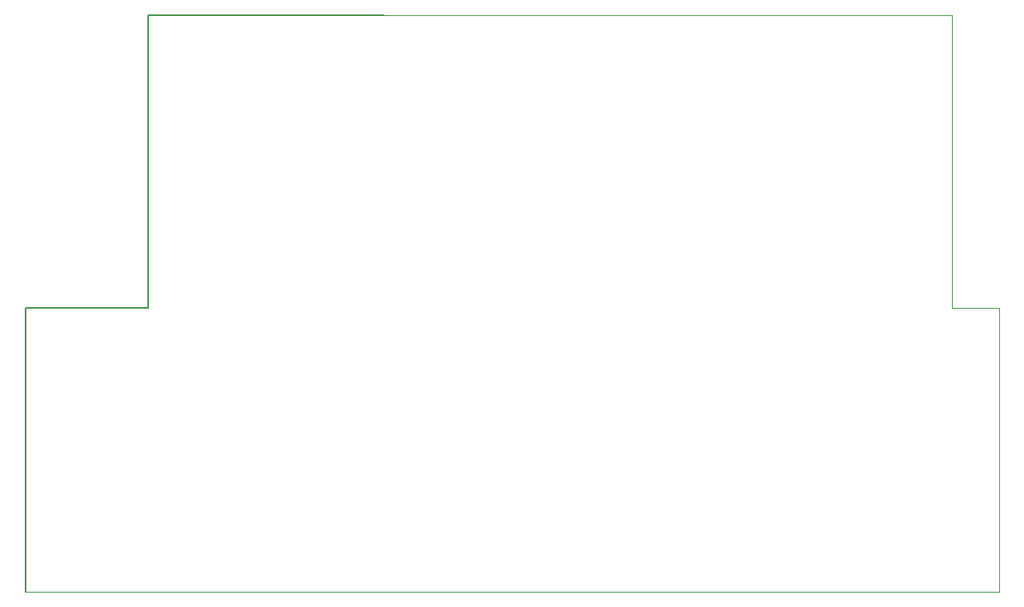
<source format=gbr>
G04 #@! TF.GenerationSoftware,KiCad,Pcbnew,9.0.4*
G04 #@! TF.CreationDate,2025-08-30T14:04:45-07:00*
G04 #@! TF.ProjectId,romi_board_bottom,726f6d69-5f62-46f6-9172-645f626f7474,rev?*
G04 #@! TF.SameCoordinates,Original*
G04 #@! TF.FileFunction,Profile,NP*
%FSLAX46Y46*%
G04 Gerber Fmt 4.6, Leading zero omitted, Abs format (unit mm)*
G04 Created by KiCad (PCBNEW 9.0.4) date 2025-08-30 14:04:45*
%MOMM*%
%LPD*%
G01*
G04 APERTURE LIST*
G04 #@! TA.AperFunction,Profile*
%ADD10C,0.050000*%
G04 #@! TD*
G04 #@! TA.AperFunction,Profile*
%ADD11C,0.200000*%
G04 #@! TD*
G04 APERTURE END LIST*
D10*
X149000000Y-122000000D02*
X149000000Y-152000000D01*
X84000000Y-91000000D02*
X144000000Y-91000000D01*
X144000000Y-122000000D02*
X149000000Y-122000000D01*
X149000000Y-152000000D02*
X46000000Y-152000000D01*
D11*
X59000000Y-122000000D02*
X46000000Y-122000000D01*
X84000000Y-91000000D02*
X59000000Y-91000000D01*
D10*
X144000000Y-91000000D02*
X144000000Y-122000000D01*
D11*
X59000000Y-91000000D02*
X59000000Y-122000000D01*
X46000000Y-122000000D02*
X46000000Y-152000000D01*
M02*

</source>
